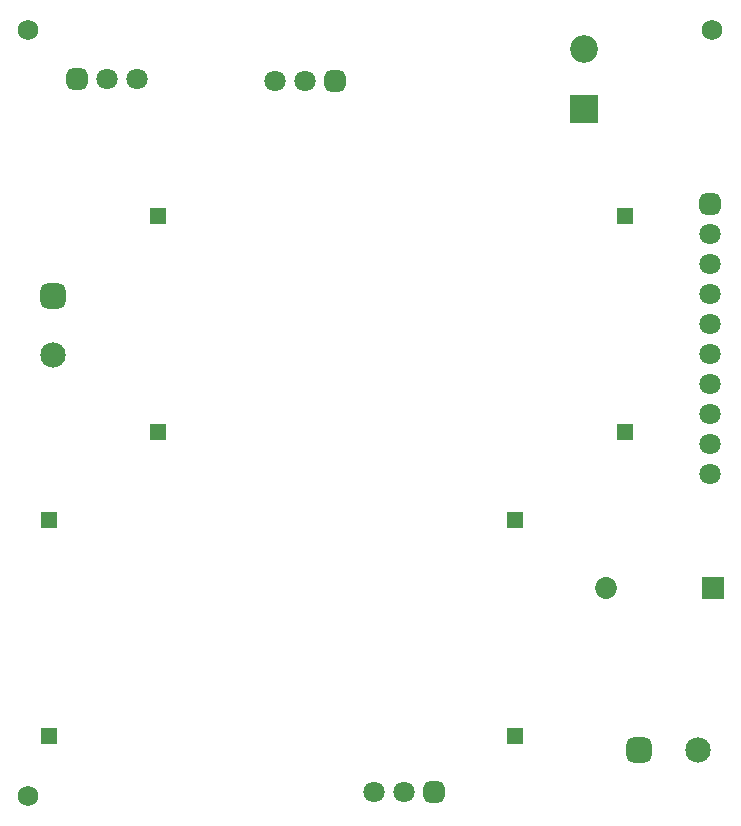
<source format=gbr>
%TF.GenerationSoftware,Altium Limited,Altium Designer,24.10.1 (45)*%
G04 Layer_Color=16711935*
%FSLAX45Y45*%
%MOMM*%
%TF.SameCoordinates,71300DE5-865C-4B8C-8C77-BDD09283FDBC*%
%TF.FilePolarity,Negative*%
%TF.FileFunction,Soldermask,Bot*%
%TF.Part,Single*%
G01*
G75*
%TA.AperFunction,ComponentPad*%
%ADD20R,2.35000X2.35000*%
%ADD21C,2.35000*%
%TA.AperFunction,WasherPad*%
%ADD28C,1.72720*%
%TA.AperFunction,ComponentPad*%
%ADD29C,1.80320*%
G04:AMPARAMS|DCode=30|XSize=1.8032mm|YSize=1.8032mm|CornerRadius=0.5016mm|HoleSize=0mm|Usage=FLASHONLY|Rotation=270.000|XOffset=0mm|YOffset=0mm|HoleType=Round|Shape=RoundedRectangle|*
%AMROUNDEDRECTD30*
21,1,1.80320,0.80000,0,0,270.0*
21,1,0.80000,1.80320,0,0,270.0*
1,1,1.00320,-0.40000,-0.40000*
1,1,1.00320,-0.40000,0.40000*
1,1,1.00320,0.40000,0.40000*
1,1,1.00320,0.40000,-0.40000*
%
%ADD30ROUNDEDRECTD30*%
%ADD31R,1.44320X1.44320*%
%ADD32C,2.15320*%
G04:AMPARAMS|DCode=33|XSize=2.1532mm|YSize=2.1532mm|CornerRadius=0.5891mm|HoleSize=0mm|Usage=FLASHONLY|Rotation=0.000|XOffset=0mm|YOffset=0mm|HoleType=Round|Shape=RoundedRectangle|*
%AMROUNDEDRECTD33*
21,1,2.15320,0.97500,0,0,0.0*
21,1,0.97500,2.15320,0,0,0.0*
1,1,1.17820,0.48750,-0.48750*
1,1,1.17820,-0.48750,-0.48750*
1,1,1.17820,-0.48750,0.48750*
1,1,1.17820,0.48750,0.48750*
%
%ADD33ROUNDEDRECTD33*%
G04:AMPARAMS|DCode=34|XSize=2.1532mm|YSize=2.1532mm|CornerRadius=0.5891mm|HoleSize=0mm|Usage=FLASHONLY|Rotation=270.000|XOffset=0mm|YOffset=0mm|HoleType=Round|Shape=RoundedRectangle|*
%AMROUNDEDRECTD34*
21,1,2.15320,0.97500,0,0,270.0*
21,1,0.97500,2.15320,0,0,270.0*
1,1,1.17820,-0.48750,-0.48750*
1,1,1.17820,-0.48750,0.48750*
1,1,1.17820,0.48750,0.48750*
1,1,1.17820,0.48750,-0.48750*
%
%ADD34ROUNDEDRECTD34*%
G04:AMPARAMS|DCode=35|XSize=1.8032mm|YSize=1.8032mm|CornerRadius=0.5016mm|HoleSize=0mm|Usage=FLASHONLY|Rotation=180.000|XOffset=0mm|YOffset=0mm|HoleType=Round|Shape=RoundedRectangle|*
%AMROUNDEDRECTD35*
21,1,1.80320,0.80000,0,0,180.0*
21,1,0.80000,1.80320,0,0,180.0*
1,1,1.00320,-0.40000,0.40000*
1,1,1.00320,0.40000,0.40000*
1,1,1.00320,0.40000,-0.40000*
1,1,1.00320,-0.40000,-0.40000*
%
%ADD35ROUNDEDRECTD35*%
%ADD36R,1.85320X1.85320*%
%ADD37C,1.85320*%
D20*
X5041900Y6108700D02*
D03*
D21*
Y6616700D02*
D03*
D28*
X330200Y292100D02*
D03*
Y6781800D02*
D03*
X6121400D02*
D03*
D29*
X6108700Y3530600D02*
D03*
Y3784600D02*
D03*
Y4292600D02*
D03*
Y4800600D02*
D03*
Y5054600D02*
D03*
Y4546600D02*
D03*
Y4038600D02*
D03*
Y3276600D02*
D03*
Y3022600D02*
D03*
X3517900Y330200D02*
D03*
X3263900D02*
D03*
X2425700Y6350000D02*
D03*
X2679700D02*
D03*
X1257300Y6362700D02*
D03*
X1003300D02*
D03*
D30*
X6108700Y5308600D02*
D03*
D31*
X4457700Y800100D02*
D03*
X505460Y2633980D02*
D03*
Y800100D02*
D03*
X1432560Y5207000D02*
D03*
Y3373120D02*
D03*
X4457700Y2633980D02*
D03*
X5384800Y3373120D02*
D03*
Y5207000D02*
D03*
D32*
X6003099Y685800D02*
D03*
X546100Y4029901D02*
D03*
D33*
X5503100Y685800D02*
D03*
D34*
X546100Y4529899D02*
D03*
D35*
X3771900Y330200D02*
D03*
X2933700Y6350000D02*
D03*
X749300Y6362700D02*
D03*
D36*
X6126900Y2057400D02*
D03*
D37*
X5226900D02*
D03*
%TF.MD5,f03521f7bd1888e8f913eb310be104cc*%
M02*

</source>
